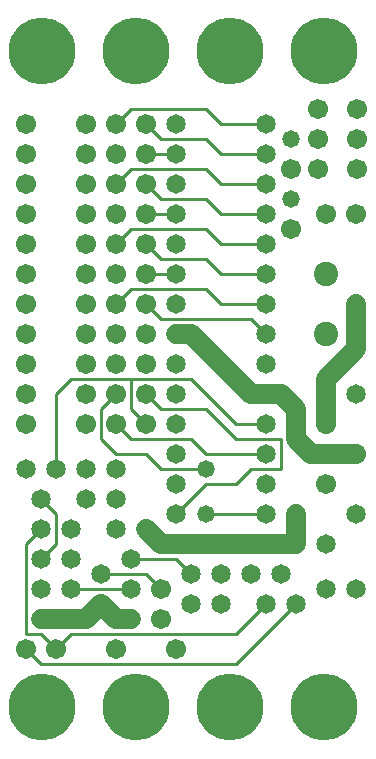
<source format=gbl>
%MOIN*%
%FSLAX25Y25*%
G04 D10 used for Character Trace; *
G04     Circle (OD=.01000) (No hole)*
G04 D11 used for Power Trace; *
G04     Circle (OD=.06700) (No hole)*
G04 D12 used for Signal Trace; *
G04     Circle (OD=.01100) (No hole)*
G04 D13 used for Via; *
G04     Circle (OD=.05800) (Round. Hole ID=.02800)*
G04 D14 used for Component hole; *
G04     Circle (OD=.06500) (Round. Hole ID=.03500)*
G04 D15 used for Component hole; *
G04     Circle (OD=.06700) (Round. Hole ID=.04300)*
G04 D16 used for Component hole; *
G04     Circle (OD=.08100) (Round. Hole ID=.05100)*
G04 D17 used for Component hole; *
G04     Circle (OD=.08900) (Round. Hole ID=.05900)*
G04 D18 used for Component hole; *
G04     Circle (OD=.11300) (Round. Hole ID=.08300)*
G04 D19 used for Component hole; *
G04     Circle (OD=.16000) (Round. Hole ID=.13000)*
G04 D20 used for Component hole; *
G04     Circle (OD=.18300) (Round. Hole ID=.15300)*
G04 D21 used for Component hole; *
G04     Circle (OD=.22291) (Round. Hole ID=.19291)*
%ADD10C,.01000*%
%ADD11C,.06700*%
%ADD12C,.01100*%
%ADD13C,.05800*%
%ADD14C,.06500*%
%ADD15C,.06700*%
%ADD16C,.08100*%
%ADD17C,.08900*%
%ADD18C,.11300*%
%ADD19C,.16000*%
%ADD20C,.18300*%
%ADD21C,.22291*%
%IPPOS*%
%LPD*%
G90*X0Y0D02*D21*X15625Y15625D03*D12*              
X15000Y30000D02*X80000D01*X100000Y50000D01*D14*   
D03*X90000D03*D12*X80000Y40000D01*X25000D01*      
X20000Y35000D01*D15*D03*D12*X15000Y40000D01*      
X10000D01*Y70000D01*X15000Y75000D01*D14*D03*D12*  
Y65000D02*X20000Y70000D01*D14*X15000Y65000D03*D12*
X20000Y70000D02*Y80000D01*X15000Y85000D01*D14*D03*
X25000Y75000D03*X20000Y95000D03*D12*Y120000D01*   
X25000Y125000D01*X45000D01*Y115000D01*            
X50000Y110000D01*D15*D03*D12*X55000Y115000D02*    
X70000D01*X80000Y105000D01*X95000D01*Y95000D01*   
X85000D01*X80000Y90000D01*X70000D01*              
X60000Y80000D01*D14*D03*D11*X55000Y70000D02*      
X65000D01*D14*D03*D11*X100000D01*D14*D03*D11*     
Y80000D01*D14*D03*X110000Y70000D03*D15*Y90000D03* 
D14*X90000D03*Y80000D03*D12*X70000D01*D13*D03*D14*
X60000Y90000D03*D12*X55000Y95000D02*X70000D01*D13*
D03*D12*Y100000D02*X90000D01*D14*D03*D12*         
X80000Y110000D02*X90000D01*D14*D03*D11*           
X105000Y100000D02*X100000Y105000D01*              
X105000Y100000D02*X120000D01*D15*D03*             
X110000Y110000D03*D11*Y120000D01*D14*D03*D11*     
Y125000D01*X120000Y135000D01*Y150000D01*D13*D03*  
D16*X110000Y160000D03*Y140000D03*D15*             
X98500Y175000D03*D14*X90000Y180000D03*D12*        
X75000D01*X70000Y185000D01*X55000D01*             
X50000Y190000D01*D15*D03*D12*X40000D02*           
X45000Y195000D01*D15*X40000Y190000D03*D12*        
X45000Y195000D02*X70000D01*X75000Y190000D01*      
X90000D01*D14*D03*D13*X98500Y185000D03*D14*       
X90000Y200000D03*D12*X75000D01*X70000Y205000D01*  
X55000D01*X50000Y210000D01*D15*D03*D12*X40000D02* 
X45000Y215000D01*D15*X40000Y210000D03*D12*        
X45000Y215000D02*X70000D01*X75000Y210000D01*      
X90000D01*D14*D03*D13*X98500Y205000D03*D15*       
Y195000D03*X107500D03*Y205000D03*Y215000D03*D21*  
X109375Y234375D03*X78125D03*D15*X120000Y180000D03*
D14*X60000D03*D12*X50000D01*D15*D03*D12*          
X40000Y170000D02*X45000Y175000D01*D15*            
X40000Y170000D03*D12*X45000Y175000D02*X70000D01*  
X75000Y170000D01*X90000D01*D14*D03*Y160000D03*D12*
X75000D01*X70000Y165000D01*X55000D01*             
X50000Y170000D01*D15*D03*D14*X60000Y160000D03*D12*
X50000D01*D15*D03*D12*X40000Y150000D02*           
X45000Y155000D01*D15*X40000Y150000D03*D12*        
X45000Y155000D02*X70000D01*X75000Y150000D01*      
X90000D01*D14*D03*D12*Y140000D02*X85000Y145000D01*
D14*X90000Y140000D03*D12*X55000Y145000D02*        
X85000D01*X55000D02*X50000Y150000D01*D15*D03*D14* 
X60000Y140000D03*D11*X65000D01*X85000Y120000D01*  
X90000D01*D14*D03*D11*X95000D01*X100000Y115000D01*
Y105000D01*D12*X80000Y110000D02*X65000Y125000D01* 
X45000D01*D15*X50000Y120000D03*D12*               
X55000Y115000D01*D14*X60000Y110000D03*Y120000D03* 
D12*X70000Y100000D02*X65000Y105000D01*X45000D01*  
X40000Y110000D01*D15*D03*D12*X35000Y105000D02*    
Y115000D01*X40000Y100000D02*X35000Y105000D01*     
X40000Y100000D02*X50000D01*X55000Y95000D01*D14*   
X60000Y100000D03*X40000Y95000D03*Y85000D03*D12*   
X35000Y115000D02*X40000Y120000D01*D15*D03*        
X50000Y130000D03*X30000D03*Y110000D03*            
X40000Y130000D03*X30000Y120000D03*                
X50000Y140000D03*X40000D03*D14*X60000Y130000D03*  
D15*X30000Y140000D03*D14*Y95000D03*D15*           
X10000Y150000D03*D14*X60000D03*D15*               
X10000Y140000D03*Y130000D03*Y120000D03*           
X30000Y150000D03*X10000Y110000D03*D14*Y95000D03*  
X30000Y85000D03*D15*X40000Y160000D03*X30000D03*   
X10000D03*D14*X40000Y75000D03*X50000D03*D11*      
X55000Y70000D01*D12*X65000Y60000D02*              
X60000Y65000D01*D14*X65000Y60000D03*D12*          
X45000Y65000D02*X60000D01*D14*X45000D03*D12*      
X55000Y55000D02*X50000Y60000D01*D15*              
X55000Y55000D03*D12*X35000Y60000D02*X50000D01*D14*
X35000D03*X45000Y55000D03*D12*X25000D01*D14*D03*  
X15000Y45000D03*D11*X25000D01*D14*D03*D11*        
X30000D01*X35000Y50000D01*D14*D03*D11*            
X40000Y45000D01*X45000D01*D13*D03*D15*            
X40000Y35000D03*X55000Y45000D03*X60000Y35000D03*  
D14*X25000Y65000D03*X65000Y50000D03*              
X15000Y55000D03*D21*X46875Y15625D03*D14*          
X75000Y50000D03*Y60000D03*D12*X15000Y30000D02*    
X10000Y35000D01*D15*D03*D21*X78125Y15625D03*D14*  
X85000Y60000D03*X95000D03*X90000Y130000D03*D21*   
X109375Y15625D03*D14*X110000Y55000D03*X120000D03* 
Y80000D03*Y120000D03*X60000Y170000D03*D15*        
X30000D03*X10000D03*X110000Y180000D03*X40000D03*  
X30000D03*X10000D03*D14*X60000Y190000D03*D15*     
X30000D03*X10000D03*X120500Y195000D03*D14*        
X60000Y200000D03*D12*X50000D01*D15*D03*D14*       
X60000Y210000D03*D15*X40000Y200000D03*            
X30000Y210000D03*Y200000D03*D21*X15625Y234375D03* 
X46875D03*D15*X10000Y210000D03*Y200000D03*        
X120500Y205000D03*Y215000D03*M02*                 

</source>
